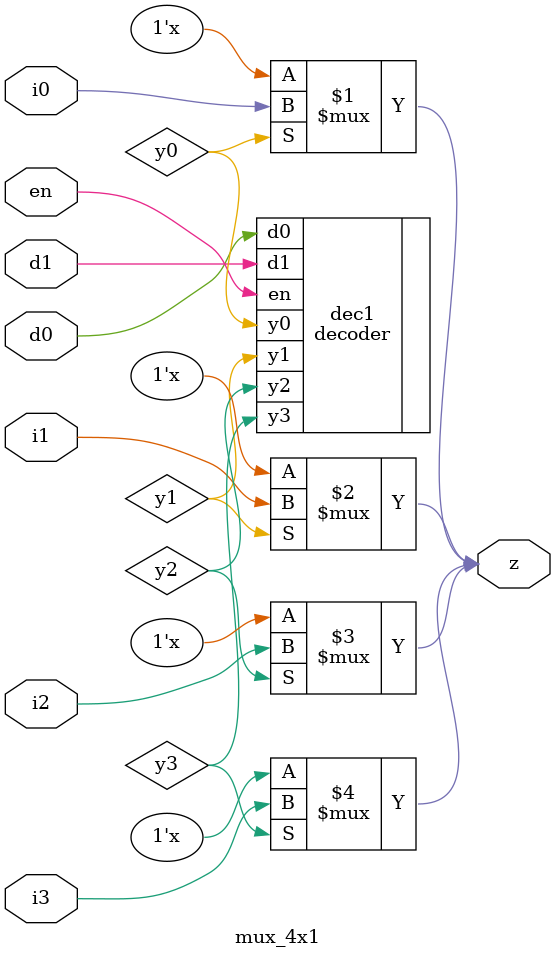
<source format=v>

module mux_4x1(d1,d0,en,i0,i1,i2,i3,z);
  input d0,d1;
  input en;
  input i0,i1,i2,i3;
  wire y0,y1,y2,y3;
  //wire b0,b1,b2,b3;
  output z;
  
  
  decoder dec1(.d1(d1),.d0(d0),.en(en),.y0(y0),.y1(y1),.y2(y2),.y3(y3));
  bufif1 buf1(z,i0,y0);
  bufif1 buf2(z,i1,y1);
  bufif1 buf3(z,i2,y2);
  bufif1 buf4(z,i3,y3);
  /*tri_buf=  t1(.a(i0),.ctrl(y0),.b(z));
  tri_buf  t2(.a(i1),.ctrl(y1),.b(z));
  tri_buf  t3(.a(i2),.ctrl(y2),.b(z));
  tri_buf  t4(.a(i3),.ctrl(y3),.b(z));
  or or1(z,b0,b1,b2,b3);*/
 
endmodule
  
  
  

</source>
